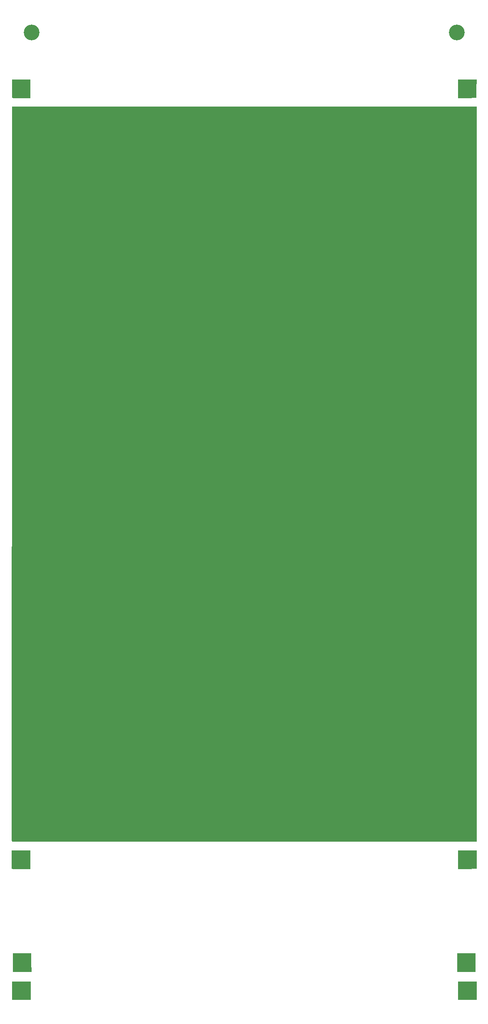
<source format=gbr>
%TF.GenerationSoftware,KiCad,Pcbnew,(5.1.6)-1*%
%TF.CreationDate,2020-10-14T22:44:59+01:00*%
%TF.ProjectId,Side 2,53696465-2032-42e6-9b69-6361645f7063,rev?*%
%TF.SameCoordinates,Original*%
%TF.FileFunction,Soldermask,Bot*%
%TF.FilePolarity,Negative*%
%FSLAX46Y46*%
G04 Gerber Fmt 4.6, Leading zero omitted, Abs format (unit mm)*
G04 Created by KiCad (PCBNEW (5.1.6)-1) date 2020-10-14 22:44:59*
%MOMM*%
%LPD*%
G01*
G04 APERTURE LIST*
%ADD10C,0.010000*%
%ADD11C,3.200000*%
G04 APERTURE END LIST*
D10*
%TO.C,G\u002A\u002A\u002A*%
G36*
X-32521175Y-28428959D02*
G01*
X-32526583Y-30275750D01*
X-34373375Y-30281158D01*
X-36220166Y-30286566D01*
X-36220166Y-26582167D01*
X-32515767Y-26582167D01*
X-32521175Y-28428959D01*
G37*
X-32521175Y-28428959D02*
X-32526583Y-30275750D01*
X-34373375Y-30281158D01*
X-36220166Y-30286566D01*
X-36220166Y-26582167D01*
X-32515767Y-26582167D01*
X-32521175Y-28428959D01*
G36*
X-123299833Y-30286334D02*
G01*
X-125137805Y-30286334D01*
X-125413083Y-30286175D01*
X-125676191Y-30285714D01*
X-125924056Y-30284974D01*
X-126153606Y-30283979D01*
X-126361770Y-30282752D01*
X-126545474Y-30281316D01*
X-126701647Y-30279695D01*
X-126827215Y-30277913D01*
X-126919108Y-30275992D01*
X-126974252Y-30273956D01*
X-126989889Y-30272222D01*
X-126992001Y-30249415D01*
X-126994017Y-30187348D01*
X-126995915Y-30089091D01*
X-126997669Y-29957718D01*
X-126999258Y-29796301D01*
X-127000658Y-29607912D01*
X-127001844Y-29395623D01*
X-127002795Y-29162507D01*
X-127003485Y-28911636D01*
X-127003893Y-28646082D01*
X-127004000Y-28420139D01*
X-127004000Y-26582167D01*
X-123299833Y-26582167D01*
X-123299833Y-30286334D01*
G37*
X-123299833Y-30286334D02*
X-125137805Y-30286334D01*
X-125413083Y-30286175D01*
X-125676191Y-30285714D01*
X-125924056Y-30284974D01*
X-126153606Y-30283979D01*
X-126361770Y-30282752D01*
X-126545474Y-30281316D01*
X-126701647Y-30279695D01*
X-126827215Y-30277913D01*
X-126919108Y-30275992D01*
X-126974252Y-30273956D01*
X-126989889Y-30272222D01*
X-126992001Y-30249415D01*
X-126994017Y-30187348D01*
X-126995915Y-30089091D01*
X-126997669Y-29957718D01*
X-126999258Y-29796301D01*
X-127000658Y-29607912D01*
X-127001844Y-29395623D01*
X-127002795Y-29162507D01*
X-127003485Y-28911636D01*
X-127003893Y-28646082D01*
X-127004000Y-28420139D01*
X-127004000Y-26582167D01*
X-123299833Y-26582167D01*
X-123299833Y-30286334D01*
G36*
X-32490044Y-106726850D02*
G01*
X-32489908Y-108507111D01*
X-32489777Y-110277545D01*
X-32489650Y-112037673D01*
X-32489529Y-113787018D01*
X-32489412Y-115525102D01*
X-32489300Y-117251445D01*
X-32489193Y-118965571D01*
X-32489091Y-120667001D01*
X-32488994Y-122355256D01*
X-32488901Y-124029859D01*
X-32488813Y-125690331D01*
X-32488730Y-127336193D01*
X-32488652Y-128966969D01*
X-32488579Y-130582179D01*
X-32488510Y-132181346D01*
X-32488446Y-133763991D01*
X-32488387Y-135329636D01*
X-32488332Y-136877803D01*
X-32488282Y-138408013D01*
X-32488237Y-139919789D01*
X-32488197Y-141412652D01*
X-32488161Y-142886123D01*
X-32488130Y-144339726D01*
X-32488104Y-145772981D01*
X-32488082Y-147185411D01*
X-32488065Y-148576537D01*
X-32488053Y-149945880D01*
X-32488045Y-151292964D01*
X-32488042Y-152617309D01*
X-32488043Y-153918437D01*
X-32488049Y-155195871D01*
X-32488060Y-156449132D01*
X-32488075Y-157677741D01*
X-32488095Y-158881221D01*
X-32488119Y-160059093D01*
X-32488148Y-161210879D01*
X-32488182Y-162336101D01*
X-32488220Y-163434281D01*
X-32488262Y-164504941D01*
X-32488309Y-165547602D01*
X-32488361Y-166561785D01*
X-32488417Y-167547014D01*
X-32488477Y-168502810D01*
X-32488542Y-169428694D01*
X-32488611Y-170324188D01*
X-32488685Y-171188815D01*
X-32488763Y-172022095D01*
X-32488846Y-172823551D01*
X-32488933Y-173592705D01*
X-32489025Y-174329078D01*
X-32489121Y-175032192D01*
X-32489221Y-175701568D01*
X-32489326Y-176336730D01*
X-32489435Y-176937198D01*
X-32489548Y-177502494D01*
X-32489666Y-178032141D01*
X-32489788Y-178525659D01*
X-32489915Y-178982571D01*
X-32490045Y-179402398D01*
X-32490180Y-179784663D01*
X-32490320Y-180128886D01*
X-32490463Y-180434591D01*
X-32490611Y-180701298D01*
X-32490764Y-180928530D01*
X-32490920Y-181115807D01*
X-32491081Y-181262653D01*
X-32491246Y-181368589D01*
X-32491415Y-181433136D01*
X-32491584Y-181455767D01*
X-32498919Y-181564500D01*
X-79737348Y-181564500D01*
X-81152606Y-181564494D01*
X-82557869Y-181564475D01*
X-83952536Y-181564444D01*
X-85336008Y-181564401D01*
X-86707683Y-181564346D01*
X-88066963Y-181564279D01*
X-89413247Y-181564201D01*
X-90745935Y-181564111D01*
X-92064426Y-181564010D01*
X-93368121Y-181563898D01*
X-94656420Y-181563775D01*
X-95928723Y-181563641D01*
X-97184429Y-181563497D01*
X-98422938Y-181563343D01*
X-99643650Y-181563178D01*
X-100845966Y-181563004D01*
X-102029284Y-181562819D01*
X-103193006Y-181562626D01*
X-104336530Y-181562422D01*
X-105459257Y-181562210D01*
X-106560587Y-181561988D01*
X-107639920Y-181561758D01*
X-108696654Y-181561519D01*
X-109730191Y-181561271D01*
X-110739931Y-181561015D01*
X-111725272Y-181560751D01*
X-112685616Y-181560478D01*
X-113620361Y-181560198D01*
X-114528909Y-181559911D01*
X-115410658Y-181559616D01*
X-116265009Y-181559313D01*
X-117091361Y-181559004D01*
X-117889115Y-181558687D01*
X-118657670Y-181558364D01*
X-119396426Y-181558035D01*
X-120104784Y-181557699D01*
X-120782143Y-181557356D01*
X-121427902Y-181557008D01*
X-122041463Y-181556654D01*
X-122622224Y-181556294D01*
X-123169586Y-181555929D01*
X-123682949Y-181555559D01*
X-124161712Y-181555183D01*
X-124605275Y-181554802D01*
X-125013039Y-181554417D01*
X-125384402Y-181554027D01*
X-125718766Y-181553633D01*
X-126015530Y-181553234D01*
X-126274094Y-181552832D01*
X-126493858Y-181552425D01*
X-126674221Y-181552015D01*
X-126814584Y-181551602D01*
X-126914346Y-181551185D01*
X-126972908Y-181550764D01*
X-126989889Y-181550389D01*
X-126999028Y-181521806D01*
X-127003801Y-181468927D01*
X-127004000Y-181455139D01*
X-127008885Y-181403439D01*
X-127021028Y-181375568D01*
X-127025166Y-181374000D01*
X-127028843Y-181353451D01*
X-127032182Y-181294270D01*
X-127035184Y-181200157D01*
X-127037850Y-181074813D01*
X-127040179Y-180921939D01*
X-127042170Y-180745233D01*
X-127043825Y-180548397D01*
X-127045143Y-180335130D01*
X-127046124Y-180109133D01*
X-127046769Y-179874107D01*
X-127047076Y-179633751D01*
X-127047046Y-179391765D01*
X-127046680Y-179151850D01*
X-127045976Y-178917707D01*
X-127044936Y-178693034D01*
X-127043559Y-178481534D01*
X-127041845Y-178286905D01*
X-127039794Y-178112848D01*
X-127037406Y-177963063D01*
X-127034682Y-177841251D01*
X-127031620Y-177751112D01*
X-127028222Y-177696345D01*
X-127025166Y-177680417D01*
X-127024451Y-177658805D01*
X-127023748Y-177594861D01*
X-127023058Y-177488589D01*
X-127022379Y-177339989D01*
X-127021713Y-177149064D01*
X-127021060Y-176915815D01*
X-127020418Y-176640246D01*
X-127019789Y-176322358D01*
X-127019172Y-175962152D01*
X-127018567Y-175559632D01*
X-127017975Y-175114798D01*
X-127017395Y-174627654D01*
X-127016827Y-174098201D01*
X-127016272Y-173526440D01*
X-127015728Y-172912375D01*
X-127015197Y-172256008D01*
X-127014679Y-171557339D01*
X-127014172Y-170816372D01*
X-127013678Y-170033108D01*
X-127013197Y-169207550D01*
X-127012727Y-168339699D01*
X-127012270Y-167429557D01*
X-127011825Y-166477127D01*
X-127011392Y-165482410D01*
X-127010972Y-164445409D01*
X-127010564Y-163366125D01*
X-127010168Y-162244561D01*
X-127009785Y-161080719D01*
X-127009414Y-159874600D01*
X-127009055Y-158626207D01*
X-127008708Y-157335542D01*
X-127008374Y-156002607D01*
X-127008052Y-154627403D01*
X-127007743Y-153209934D01*
X-127007445Y-151750200D01*
X-127007160Y-150248204D01*
X-127006888Y-148703948D01*
X-127006627Y-147117434D01*
X-127006379Y-145488665D01*
X-127006143Y-143817641D01*
X-127005920Y-142104365D01*
X-127005708Y-140348840D01*
X-127005509Y-138551067D01*
X-127005323Y-136711048D01*
X-127005149Y-134828785D01*
X-127004987Y-132904281D01*
X-127004837Y-130937537D01*
X-127004699Y-128928555D01*
X-127004574Y-126877338D01*
X-127004462Y-124783887D01*
X-127004361Y-122648205D01*
X-127004273Y-120470293D01*
X-127004197Y-118250154D01*
X-127004134Y-115987789D01*
X-127004082Y-113683201D01*
X-127004043Y-111336392D01*
X-127004017Y-108947363D01*
X-127004003Y-106516117D01*
X-127004000Y-104887001D01*
X-127004000Y-32106667D01*
X-32495838Y-32106667D01*
X-32490044Y-106726850D01*
G37*
X-32490044Y-106726850D02*
X-32489908Y-108507111D01*
X-32489777Y-110277545D01*
X-32489650Y-112037673D01*
X-32489529Y-113787018D01*
X-32489412Y-115525102D01*
X-32489300Y-117251445D01*
X-32489193Y-118965571D01*
X-32489091Y-120667001D01*
X-32488994Y-122355256D01*
X-32488901Y-124029859D01*
X-32488813Y-125690331D01*
X-32488730Y-127336193D01*
X-32488652Y-128966969D01*
X-32488579Y-130582179D01*
X-32488510Y-132181346D01*
X-32488446Y-133763991D01*
X-32488387Y-135329636D01*
X-32488332Y-136877803D01*
X-32488282Y-138408013D01*
X-32488237Y-139919789D01*
X-32488197Y-141412652D01*
X-32488161Y-142886123D01*
X-32488130Y-144339726D01*
X-32488104Y-145772981D01*
X-32488082Y-147185411D01*
X-32488065Y-148576537D01*
X-32488053Y-149945880D01*
X-32488045Y-151292964D01*
X-32488042Y-152617309D01*
X-32488043Y-153918437D01*
X-32488049Y-155195871D01*
X-32488060Y-156449132D01*
X-32488075Y-157677741D01*
X-32488095Y-158881221D01*
X-32488119Y-160059093D01*
X-32488148Y-161210879D01*
X-32488182Y-162336101D01*
X-32488220Y-163434281D01*
X-32488262Y-164504941D01*
X-32488309Y-165547602D01*
X-32488361Y-166561785D01*
X-32488417Y-167547014D01*
X-32488477Y-168502810D01*
X-32488542Y-169428694D01*
X-32488611Y-170324188D01*
X-32488685Y-171188815D01*
X-32488763Y-172022095D01*
X-32488846Y-172823551D01*
X-32488933Y-173592705D01*
X-32489025Y-174329078D01*
X-32489121Y-175032192D01*
X-32489221Y-175701568D01*
X-32489326Y-176336730D01*
X-32489435Y-176937198D01*
X-32489548Y-177502494D01*
X-32489666Y-178032141D01*
X-32489788Y-178525659D01*
X-32489915Y-178982571D01*
X-32490045Y-179402398D01*
X-32490180Y-179784663D01*
X-32490320Y-180128886D01*
X-32490463Y-180434591D01*
X-32490611Y-180701298D01*
X-32490764Y-180928530D01*
X-32490920Y-181115807D01*
X-32491081Y-181262653D01*
X-32491246Y-181368589D01*
X-32491415Y-181433136D01*
X-32491584Y-181455767D01*
X-32498919Y-181564500D01*
X-79737348Y-181564500D01*
X-81152606Y-181564494D01*
X-82557869Y-181564475D01*
X-83952536Y-181564444D01*
X-85336008Y-181564401D01*
X-86707683Y-181564346D01*
X-88066963Y-181564279D01*
X-89413247Y-181564201D01*
X-90745935Y-181564111D01*
X-92064426Y-181564010D01*
X-93368121Y-181563898D01*
X-94656420Y-181563775D01*
X-95928723Y-181563641D01*
X-97184429Y-181563497D01*
X-98422938Y-181563343D01*
X-99643650Y-181563178D01*
X-100845966Y-181563004D01*
X-102029284Y-181562819D01*
X-103193006Y-181562626D01*
X-104336530Y-181562422D01*
X-105459257Y-181562210D01*
X-106560587Y-181561988D01*
X-107639920Y-181561758D01*
X-108696654Y-181561519D01*
X-109730191Y-181561271D01*
X-110739931Y-181561015D01*
X-111725272Y-181560751D01*
X-112685616Y-181560478D01*
X-113620361Y-181560198D01*
X-114528909Y-181559911D01*
X-115410658Y-181559616D01*
X-116265009Y-181559313D01*
X-117091361Y-181559004D01*
X-117889115Y-181558687D01*
X-118657670Y-181558364D01*
X-119396426Y-181558035D01*
X-120104784Y-181557699D01*
X-120782143Y-181557356D01*
X-121427902Y-181557008D01*
X-122041463Y-181556654D01*
X-122622224Y-181556294D01*
X-123169586Y-181555929D01*
X-123682949Y-181555559D01*
X-124161712Y-181555183D01*
X-124605275Y-181554802D01*
X-125013039Y-181554417D01*
X-125384402Y-181554027D01*
X-125718766Y-181553633D01*
X-126015530Y-181553234D01*
X-126274094Y-181552832D01*
X-126493858Y-181552425D01*
X-126674221Y-181552015D01*
X-126814584Y-181551602D01*
X-126914346Y-181551185D01*
X-126972908Y-181550764D01*
X-126989889Y-181550389D01*
X-126999028Y-181521806D01*
X-127003801Y-181468927D01*
X-127004000Y-181455139D01*
X-127008885Y-181403439D01*
X-127021028Y-181375568D01*
X-127025166Y-181374000D01*
X-127028843Y-181353451D01*
X-127032182Y-181294270D01*
X-127035184Y-181200157D01*
X-127037850Y-181074813D01*
X-127040179Y-180921939D01*
X-127042170Y-180745233D01*
X-127043825Y-180548397D01*
X-127045143Y-180335130D01*
X-127046124Y-180109133D01*
X-127046769Y-179874107D01*
X-127047076Y-179633751D01*
X-127047046Y-179391765D01*
X-127046680Y-179151850D01*
X-127045976Y-178917707D01*
X-127044936Y-178693034D01*
X-127043559Y-178481534D01*
X-127041845Y-178286905D01*
X-127039794Y-178112848D01*
X-127037406Y-177963063D01*
X-127034682Y-177841251D01*
X-127031620Y-177751112D01*
X-127028222Y-177696345D01*
X-127025166Y-177680417D01*
X-127024451Y-177658805D01*
X-127023748Y-177594861D01*
X-127023058Y-177488589D01*
X-127022379Y-177339989D01*
X-127021713Y-177149064D01*
X-127021060Y-176915815D01*
X-127020418Y-176640246D01*
X-127019789Y-176322358D01*
X-127019172Y-175962152D01*
X-127018567Y-175559632D01*
X-127017975Y-175114798D01*
X-127017395Y-174627654D01*
X-127016827Y-174098201D01*
X-127016272Y-173526440D01*
X-127015728Y-172912375D01*
X-127015197Y-172256008D01*
X-127014679Y-171557339D01*
X-127014172Y-170816372D01*
X-127013678Y-170033108D01*
X-127013197Y-169207550D01*
X-127012727Y-168339699D01*
X-127012270Y-167429557D01*
X-127011825Y-166477127D01*
X-127011392Y-165482410D01*
X-127010972Y-164445409D01*
X-127010564Y-163366125D01*
X-127010168Y-162244561D01*
X-127009785Y-161080719D01*
X-127009414Y-159874600D01*
X-127009055Y-158626207D01*
X-127008708Y-157335542D01*
X-127008374Y-156002607D01*
X-127008052Y-154627403D01*
X-127007743Y-153209934D01*
X-127007445Y-151750200D01*
X-127007160Y-150248204D01*
X-127006888Y-148703948D01*
X-127006627Y-147117434D01*
X-127006379Y-145488665D01*
X-127006143Y-143817641D01*
X-127005920Y-142104365D01*
X-127005708Y-140348840D01*
X-127005509Y-138551067D01*
X-127005323Y-136711048D01*
X-127005149Y-134828785D01*
X-127004987Y-132904281D01*
X-127004837Y-130937537D01*
X-127004699Y-128928555D01*
X-127004574Y-126877338D01*
X-127004462Y-124783887D01*
X-127004361Y-122648205D01*
X-127004273Y-120470293D01*
X-127004197Y-118250154D01*
X-127004134Y-115987789D01*
X-127004082Y-113683201D01*
X-127004043Y-111336392D01*
X-127004017Y-108947363D01*
X-127004003Y-106516117D01*
X-127004000Y-104887001D01*
X-127004000Y-32106667D01*
X-32495838Y-32106667D01*
X-32490044Y-106726850D01*
G36*
X-32478842Y-185231625D02*
G01*
X-32484250Y-187078417D01*
X-34331041Y-187083825D01*
X-36177833Y-187089233D01*
X-36177833Y-183384834D01*
X-32473434Y-183384834D01*
X-32478842Y-185231625D01*
G37*
X-32478842Y-185231625D02*
X-32484250Y-187078417D01*
X-34331041Y-187083825D01*
X-36177833Y-187089233D01*
X-36177833Y-183384834D01*
X-32473434Y-183384834D01*
X-32478842Y-185231625D01*
G36*
X-123342166Y-187089000D02*
G01*
X-125180139Y-187089000D01*
X-125455417Y-187088841D01*
X-125718524Y-187088380D01*
X-125966389Y-187087640D01*
X-126195940Y-187086645D01*
X-126404103Y-187085418D01*
X-126587807Y-187083983D01*
X-126743980Y-187082362D01*
X-126869549Y-187080579D01*
X-126961441Y-187078659D01*
X-127016585Y-187076623D01*
X-127032222Y-187074889D01*
X-127034334Y-187052082D01*
X-127036351Y-186990014D01*
X-127038248Y-186891758D01*
X-127040003Y-186760385D01*
X-127041592Y-186598967D01*
X-127042991Y-186410578D01*
X-127044178Y-186198290D01*
X-127045128Y-185965174D01*
X-127045819Y-185714303D01*
X-127046226Y-185448749D01*
X-127046333Y-185222806D01*
X-127046333Y-183384834D01*
X-123342166Y-183384834D01*
X-123342166Y-187089000D01*
G37*
X-123342166Y-187089000D02*
X-125180139Y-187089000D01*
X-125455417Y-187088841D01*
X-125718524Y-187088380D01*
X-125966389Y-187087640D01*
X-126195940Y-187086645D01*
X-126404103Y-187085418D01*
X-126587807Y-187083983D01*
X-126743980Y-187082362D01*
X-126869549Y-187080579D01*
X-126961441Y-187078659D01*
X-127016585Y-187076623D01*
X-127032222Y-187074889D01*
X-127034334Y-187052082D01*
X-127036351Y-186990014D01*
X-127038248Y-186891758D01*
X-127040003Y-186760385D01*
X-127041592Y-186598967D01*
X-127042991Y-186410578D01*
X-127044178Y-186198290D01*
X-127045128Y-185965174D01*
X-127045819Y-185714303D01*
X-127046226Y-185448749D01*
X-127046333Y-185222806D01*
X-127046333Y-183384834D01*
X-123342166Y-183384834D01*
X-123342166Y-187089000D01*
G36*
X-32706500Y-208022834D02*
G01*
X-36410899Y-208022834D01*
X-36400083Y-204329250D01*
X-34553291Y-204323842D01*
X-32706500Y-204318434D01*
X-32706500Y-208022834D01*
G37*
X-32706500Y-208022834D02*
X-36410899Y-208022834D01*
X-36400083Y-204329250D01*
X-34553291Y-204323842D01*
X-32706500Y-204318434D01*
X-32706500Y-208022834D01*
G36*
X-123119916Y-204329250D02*
G01*
X-123114509Y-206176042D01*
X-123109101Y-208022834D01*
X-126813500Y-208022834D01*
X-126813500Y-204318434D01*
X-123119916Y-204329250D01*
G37*
X-123119916Y-204329250D02*
X-123114509Y-206176042D01*
X-123109101Y-208022834D01*
X-126813500Y-208022834D01*
X-126813500Y-204318434D01*
X-123119916Y-204329250D01*
G36*
X-32478842Y-211880459D02*
G01*
X-32484250Y-213727250D01*
X-34331041Y-213732658D01*
X-36177833Y-213738066D01*
X-36177833Y-210033667D01*
X-32473434Y-210033667D01*
X-32478842Y-211880459D01*
G37*
X-32478842Y-211880459D02*
X-32484250Y-213727250D01*
X-34331041Y-213732658D01*
X-36177833Y-213738066D01*
X-36177833Y-210033667D01*
X-32473434Y-210033667D01*
X-32478842Y-211880459D01*
G36*
X-123262675Y-211880459D02*
G01*
X-123268083Y-213727250D01*
X-125114875Y-213732658D01*
X-126961666Y-213738066D01*
X-126961666Y-210033667D01*
X-123257267Y-210033667D01*
X-123262675Y-211880459D01*
G37*
X-123262675Y-211880459D02*
X-123268083Y-213727250D01*
X-125114875Y-213732658D01*
X-126961666Y-213738066D01*
X-126961666Y-210033667D01*
X-123257267Y-210033667D01*
X-123262675Y-211880459D01*
%TD*%
D11*
%TO.C,REF\u002A\u002A*%
X-36440000Y-17000000D03*
%TD*%
%TO.C,REF\u002A\u002A*%
X-123000000Y-17000000D03*
%TD*%
M02*

</source>
